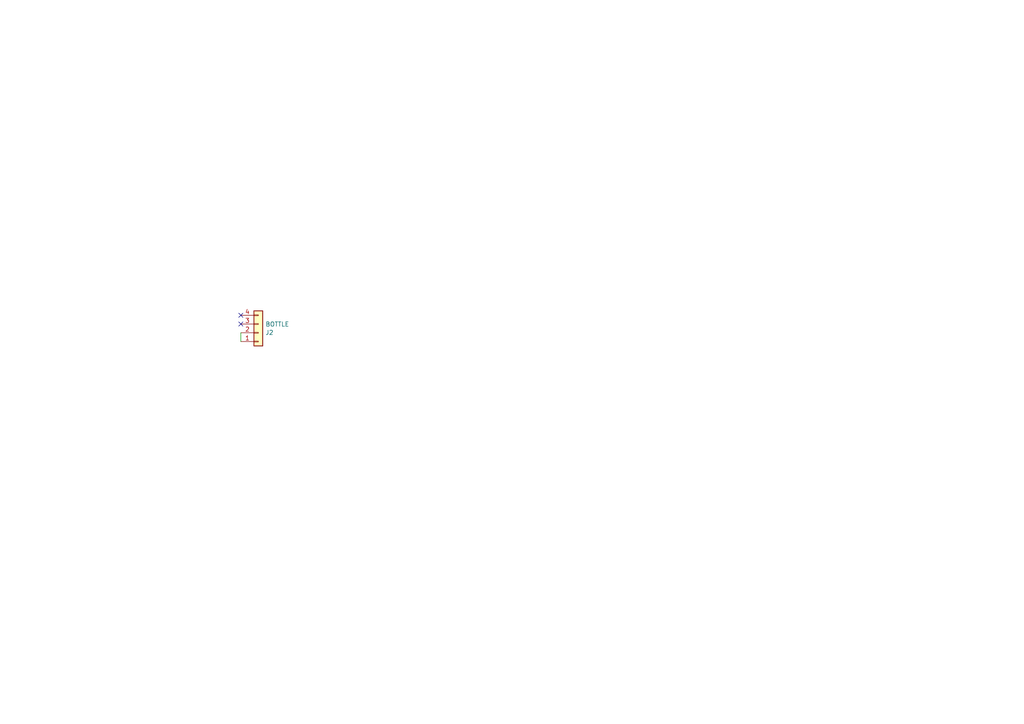
<source format=kicad_sch>
(kicad_sch (version 20230121) (generator eeschema)
  (paper "A4")
  (lib_symbols
    (symbol "Connector_Generic:Conn_01x04" (pin_names (offset 1.016) hide)
      (property "Reference" "J" (at 0 5.08 0))
      (property "Value" "Conn_01x04" (at 0 -7.62 0))
      (symbol "Conn_01x04_1_1"
        (rectangle (start -1.27 -4.953) (end 0 -5.207) (stroke (width 0.1524)))
        (rectangle (start -1.27 -2.413) (end 0 -2.667) (stroke (width 0.1524)))
        (rectangle (start -1.27 0.127) (end 0 -0.127) (stroke (width 0.1524)))
        (rectangle (start -1.27 2.667) (end 0 2.413) (stroke (width 0.1524)))
        (rectangle (start -1.27 3.81) (end 1.27 -6.35) (stroke (width 0.254)) (fill (type background)))
        (pin passive line (at -5.08 2.54 0) (length 3.81) (name "Pin_1") (number "1"))
        (pin passive line (at -5.08 0 0) (length 3.81) (name "Pin_2") (number "2"))
        (pin passive line (at -5.08 -2.54 0) (length 3.81) (name "Pin_3") (number "3"))
        (pin passive line (at -5.08 -5.08 0) (length 3.81) (name "Pin_4") (number "4"))
      )
    )
  )
  (no_connect (at 69.85 93.98))
  (no_connect (at 69.85 91.44))
  (wire (pts (xy 69.85 99.06) (xy 69.85 96.52)))
  (symbol (lib_id "Connector_Generic:Conn_01x04") (at 74.93 96.52 0) (mirror x) (unit 1)
    (property "Reference" "J2" (at 76.962 96.4621 0) (effects (justify left)))
    (property "Value" "BOTTLE" (at 76.962 94.0379 0) (effects (justify left)))
    (property "Footprint" "Connector_PinHeader_2.54mm:PinHeader_1x04_P2.54mm_Vertical" (effects hide))
  )
)
</source>
